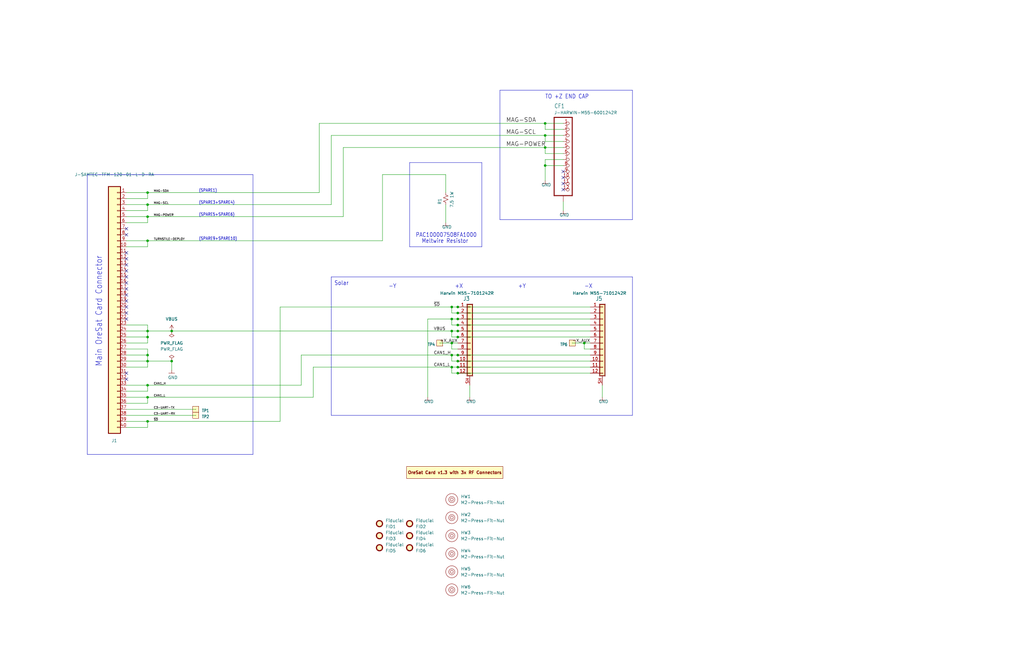
<source format=kicad_sch>
(kicad_sch (version 20230121) (generator eeschema)
  (paper "USLedger")
  (title_block (title "+Z End Card w/ Turnstile") (rev "1.0"))
  (lib_symbols
    (symbol "Device:R_Small_US" (pin_numbers hide) (pin_names (offset 0.254) hide)
      (property "Reference" "R" (at 0.762 0.508 0))
      (property "Value" "R_Small_US" (at 0.762 -1.016 0))
      (symbol "R_Small_US_1_1"
        (polyline (pts (xy 0 0) (xy 1.016 -0.381) (xy 0 -0.762) (xy -1.016 -1.143) (xy 0 -1.524)))
        (polyline (pts (xy 0 1.524) (xy 1.016 1.143) (xy 0 0.762) (xy -1.016 0.381) (xy 0 0)))
        (pin passive line (at 0 2.54 270) (length 1.016) (name "~") (number "1"))
        (pin passive line (at 0 -2.54 90) (length 1.016) (name "~") (number "2"))
      )
    )
    (symbol "Mechanical:Fiducial"
      (property "Reference" "FID" (at 0 5.08 0))
      (property "Value" "Fiducial" (at 0 3.175 0))
      (symbol "Fiducial_0_1"
        (circle (center 0 0) (radius 1.27) (stroke (width 0.508)) (fill (type background)))
      )
    )
    (symbol "oresat-connectors:Harwin M55-7101242R" (pin_names hide)
      (property "Reference" "J" (at -12.7 15.875 0))
      (property "Value" "Harwin M55-7101242R" (at -12.7 13.97 0))
      (symbol "Harwin M55-7101242R_1_1"
        (rectangle (start -1.27 -16.51) (end 1.27 13.97) (stroke (width 0.1524)))
        (rectangle (start -1.016 -16.256) (end 1.016 13.716) (stroke (width 0.254)) (fill (type background)))
        (rectangle (start -0.254 -15.367) (end 1.016 -15.113) (stroke (width 0.1524)))
        (rectangle (start -0.254 -12.827) (end 1.016 -12.573) (stroke (width 0.1524)))
        (rectangle (start -0.254 -10.287) (end 1.016 -10.033) (stroke (width 0.1524)))
        (rectangle (start -0.254 -7.747) (end 1.016 -7.493) (stroke (width 0.1524)))
        (rectangle (start -0.254 -5.207) (end 1.016 -4.953) (stroke (width 0.1524)))
        (rectangle (start -0.254 -2.667) (end 1.016 -2.413) (stroke (width 0.1524)))
        (rectangle (start -0.254 -0.127) (end 1.016 0.127) (stroke (width 0.1524)))
        (rectangle (start -0.254 2.413) (end 1.016 2.667) (stroke (width 0.1524)))
        (rectangle (start -0.254 4.953) (end 1.016 5.207) (stroke (width 0.1524)))
        (rectangle (start -0.254 7.493) (end 1.016 7.747) (stroke (width 0.1524)))
        (rectangle (start -0.254 10.033) (end 1.016 10.287) (stroke (width 0.1524)))
        (rectangle (start -0.254 12.573) (end 1.016 12.827) (stroke (width 0.1524)))
        (pin passive line (at 5.08 12.7 180) (length 4.064) (name "Pin_1") (number "1"))
        (pin passive line (at 5.08 -10.16 180) (length 4.064) (name "Pin_10") (number "10"))
        (pin passive line (at 5.08 -12.7 180) (length 4.064) (name "Pin_11") (number "11"))
        (pin passive line (at 5.08 -15.24 180) (length 4.064) (name "Pin_12") (number "12"))
        (pin passive line (at 5.08 10.16 180) (length 4.064) (name "Pin_2") (number "2"))
        (pin passive line (at 5.08 7.62 180) (length 4.064) (name "Pin_3") (number "3"))
        (pin passive line (at 5.08 5.08 180) (length 4.064) (name "Pin_4") (number "4"))
        (pin passive line (at 5.08 2.54 180) (length 4.064) (name "Pin_5") (number "5"))
        (pin passive line (at 5.08 0 180) (length 4.064) (name "Pin_6") (number "6"))
        (pin passive line (at 5.08 -2.54 180) (length 4.064) (name "Pin_7") (number "7"))
        (pin passive line (at 5.08 -5.08 180) (length 4.064) (name "Pin_8") (number "8"))
        (pin passive line (at 5.08 -7.62 180) (length 4.064) (name "Pin_9") (number "9"))
        (pin passive line (at 0 -20.32 90) (length 3.81) (name "Shield") (number "SH"))
      )
    )
    (symbol "oresat-connectors:J-HARWIN-M55-6001242R" (pin_names hide)
      (property "Reference" "CF1" (at -6.35 19.05 0))
      (property "Value" "J-HARWIN-M55-6001242R" (at -6.35 16.51 0))
      (symbol "J-HARWIN-M55-6001242R_1_0"
        (polyline (pts (xy -6.35 -17.78) (xy 1.27 -17.78)) (stroke (width 0.4064)))
        (polyline (pts (xy -6.35 15.24) (xy -6.35 -17.78)) (stroke (width 0.4064)))
        (polyline (pts (xy 1.27 -17.78) (xy 1.27 15.24)) (stroke (width 0.4064)))
        (polyline (pts (xy 1.27 15.24) (xy -6.35 15.24)) (stroke (width 0.4064)))
        (pin passive inverted (at -2.54 12.7 0) (length 2.54) (name "1") (number "1"))
        (pin passive inverted (at -2.54 -10.16 0) (length 2.54) (name "10") (number "10"))
        (pin passive inverted (at -2.54 -12.7 0) (length 2.54) (name "11") (number "11"))
        (pin passive inverted (at -2.54 -15.24 0) (length 2.54) (name "12") (number "12"))
        (pin passive inverted (at -2.54 10.16 0) (length 2.54) (name "2") (number "2"))
        (pin passive inverted (at -2.54 7.62 0) (length 2.54) (name "3") (number "3"))
        (pin passive inverted (at -2.54 5.08 0) (length 2.54) (name "4") (number "4"))
        (pin passive inverted (at -2.54 2.54 0) (length 2.54) (name "5") (number "5"))
        (pin passive inverted (at -2.54 0 0) (length 2.54) (name "6") (number "6"))
        (pin passive inverted (at -2.54 -2.54 0) (length 2.54) (name "7") (number "7"))
        (pin passive inverted (at -2.54 -5.08 0) (length 2.54) (name "8") (number "8"))
        (pin passive inverted (at -2.54 -7.62 0) (length 2.54) (name "9") (number "9"))
        (pin passive line (at -2.54 -20.32 90) (length 2.54) (name "SHIELD") (number "SH"))
      )
    )
    (symbol "oresat-connectors:J-SAMTEC-TFM-120-01-L-D-RA" (pin_names hide)
      (property "Reference" "J" (at 0 54.61 0))
      (property "Value" "J-SAMTEC-TFM-120-01-L-D-RA" (at 0 52.07 0))
      (symbol "J-SAMTEC-TFM-120-01-L-D-RA_0_1"
        (rectangle (start 2.413 -50.673) (end 1.143 -50.927) (stroke (width 0.1524)))
        (rectangle (start 2.413 -48.133) (end 1.143 -48.387) (stroke (width 0.1524)))
        (rectangle (start 2.413 -45.593) (end 1.143 -45.847) (stroke (width 0.1524)))
        (rectangle (start 2.413 -43.053) (end 1.143 -43.307) (stroke (width 0.1524)))
        (rectangle (start 2.413 -40.513) (end 1.143 -40.767) (stroke (width 0.1524)))
        (rectangle (start 2.413 -37.973) (end 1.143 -38.227) (stroke (width 0.1524)))
        (rectangle (start 2.413 -35.433) (end 1.143 -35.687) (stroke (width 0.1524)))
        (rectangle (start 2.413 -32.893) (end 1.143 -33.147) (stroke (width 0.1524)))
        (rectangle (start 2.413 -30.353) (end 1.143 -30.607) (stroke (width 0.1524)))
        (rectangle (start 2.413 -27.813) (end 1.143 -28.067) (stroke (width 0.1524)))
        (rectangle (start 2.413 -25.273) (end 1.143 -25.527) (stroke (width 0.1524)))
        (rectangle (start 2.413 -22.733) (end 1.143 -22.987) (stroke (width 0.1524)))
        (rectangle (start 2.413 -20.193) (end 1.143 -20.447) (stroke (width 0.1524)))
        (rectangle (start 2.413 -17.653) (end 1.143 -17.907) (stroke (width 0.1524)))
        (rectangle (start 2.413 -15.113) (end 1.143 -15.367) (stroke (width 0.1524)))
        (rectangle (start 2.413 -12.573) (end 1.143 -12.827) (stroke (width 0.1524)))
        (rectangle (start 2.413 -10.033) (end 1.143 -10.287) (stroke (width 0.1524)))
        (rectangle (start 2.413 -7.493) (end 1.143 -7.747) (stroke (width 0.1524)))
        (rectangle (start 2.413 -4.953) (end 1.143 -5.207) (stroke (width 0.1524)))
        (rectangle (start 2.413 -2.413) (end 1.143 -2.667) (stroke (width 0.1524)))
        (rectangle (start 2.413 0.127) (end 1.143 -0.127) (stroke (width 0.1524)))
        (rectangle (start 2.413 2.667) (end 1.143 2.413) (stroke (width 0.1524)))
        (rectangle (start 2.413 5.207) (end 1.143 4.953) (stroke (width 0.1524)))
        (rectangle (start 2.413 7.747) (end 1.143 7.493) (stroke (width 0.1524)))
        (rectangle (start 2.413 10.287) (end 1.143 10.033) (stroke (width 0.1524)))
        (rectangle (start 2.413 12.827) (end 1.143 12.573) (stroke (width 0.1524)))
        (rectangle (start 2.413 15.367) (end 1.143 15.113) (stroke (width 0.1524)))
        (rectangle (start 2.413 17.907) (end 1.143 17.653) (stroke (width 0.1524)))
        (rectangle (start 2.413 20.447) (end 1.143 20.193) (stroke (width 0.1524)))
        (rectangle (start 2.413 22.987) (end 1.143 22.733) (stroke (width 0.1524)))
        (rectangle (start 2.413 25.527) (end 1.143 25.273) (stroke (width 0.1524)))
        (rectangle (start 2.413 28.067) (end 1.143 27.813) (stroke (width 0.1524)))
        (rectangle (start 2.413 30.607) (end 1.143 30.353) (stroke (width 0.1524)))
        (rectangle (start 2.413 33.147) (end 1.143 32.893) (stroke (width 0.1524)))
        (rectangle (start 2.413 35.687) (end 1.143 35.433) (stroke (width 0.1524)))
        (rectangle (start 2.413 38.227) (end 1.143 37.973) (stroke (width 0.1524)))
        (rectangle (start 2.413 40.767) (end 1.143 40.513) (stroke (width 0.1524)))
        (rectangle (start 2.413 43.307) (end 1.143 43.053) (stroke (width 0.1524)))
        (rectangle (start 2.413 45.847) (end 1.143 45.593) (stroke (width 0.1524)))
        (rectangle (start 2.413 48.387) (end 1.143 48.133) (stroke (width 0.1524)))
      )
      (symbol "J-SAMTEC-TFM-120-01-L-D-RA_1_1"
        (rectangle (start -2.54 50.8) (end 2.54 -53.34) (stroke (width 0.4)) (fill (type background)))
        (pin passive line (at 5.08 48.26 180) (length 2.54) (name "") (number "1"))
        (pin passive line (at 5.08 25.4 180) (length 2.54) (name "") (number "10"))
        (pin passive line (at 5.08 22.86 180) (length 2.54) (name "") (number "11"))
        (pin passive line (at 5.08 20.32 180) (length 2.54) (name "") (number "12"))
        (pin passive line (at 5.08 17.78 180) (length 2.54) (name "") (number "13"))
        (pin passive line (at 5.08 15.24 180) (length 2.54) (name "") (number "14"))
        (pin passive line (at 5.08 12.7 180) (length 2.54) (name "") (number "15"))
        (pin passive line (at 5.08 10.16 180) (length 2.54) (name "") (number "16"))
        (pin passive line (at 5.08 7.62 180) (length 2.54) (name "") (number "17"))
        (pin passive line (at 5.08 5.08 180) (length 2.54) (name "") (number "18"))
        (pin passive line (at 5.08 2.54 180) (length 2.54) (name "") (number "19"))
        (pin passive line (at 5.08 45.72 180) (length 2.54) (name "") (number "2"))
        (pin passive line (at 5.08 0 180) (length 2.54) (name "") (number "20"))
        (pin passive line (at 5.08 -2.54 180) (length 2.54) (name "") (number "21"))
        (pin passive line (at 5.08 -5.08 180) (length 2.54) (name "") (number "22"))
        (pin passive line (at 5.08 -7.62 180) (length 2.54) (name "") (number "23"))
        (pin passive line (at 5.08 -10.16 180) (length 2.54) (name "") (number "24"))
        (pin passive line (at 5.08 -12.7 180) (length 2.54) (name "") (number "25"))
        (pin passive line (at 5.08 -15.24 180) (length 2.54) (name "") (number "26"))
        (pin passive line (at 5.08 -17.78 180) (length 2.54) (name "") (number "27"))
        (pin passive line (at 5.08 -20.32 180) (length 2.54) (name "") (number "28"))
        (pin passive line (at 5.08 -22.86 180) (length 2.54) (name "") (number "29"))
        (pin passive line (at 5.08 43.18 180) (length 2.54) (name "") (number "3"))
        (pin passive line (at 5.08 -25.4 180) (length 2.54) (name "") (number "30"))
        (pin passive line (at 5.08 -27.94 180) (length 2.54) (name "") (number "31"))
        (pin passive line (at 5.08 -30.48 180) (length 2.54) (name "") (number "32"))
        (pin passive line (at 5.08 -33.02 180) (length 2.54) (name "") (number "33"))
        (pin passive line (at 5.08 -35.56 180) (length 2.54) (name "") (number "34"))
        (pin passive line (at 5.08 -38.1 180) (length 2.54) (name "") (number "35"))
        (pin passive line (at 5.08 -40.64 180) (length 2.54) (name "") (number "36"))
        (pin passive line (at 5.08 -43.18 180) (length 2.54) (name "") (number "37"))
        (pin passive line (at 5.08 -45.72 180) (length 2.54) (name "") (number "38"))
        (pin passive line (at 5.08 -48.26 180) (length 2.54) (name "") (number "39"))
        (pin passive line (at 5.08 40.64 180) (length 2.54) (name "") (number "4"))
        (pin passive line (at 5.08 -50.8 180) (length 2.54) (name "") (number "40"))
        (pin passive line (at 5.08 38.1 180) (length 2.54) (name "") (number "5"))
        (pin passive line (at 5.08 35.56 180) (length 2.54) (name "") (number "6"))
        (pin passive line (at 5.08 33.02 180) (length 2.54) (name "") (number "7"))
        (pin passive line (at 5.08 30.48 180) (length 2.54) (name "") (number "8"))
        (pin passive line (at 5.08 27.94 180) (length 2.54) (name "") (number "9"))
      )
    )
    (symbol "oresat-misc:M2-Press-Fit-Nut" (pin_numbers hide) (pin_names (offset 0) hide)
      (property "Reference" "HW" (at 4.445 1.27 0))
      (property "Value" "M2-Press-Fit-Nut" (at 12.065 -1.27 0))
      (symbol "M2-Press-Fit-Nut_0_1"
        (circle (center 0 0) (radius 0.635))
        (circle (center 0 0) (radius 1.27))
        (circle (center 0 0) (radius 2.54))
      )
    )
    (symbol "oresat-misc:Test-Point-0.75mm-th"
      (property "Reference" "TP" (at 0 2.54 0))
      (symbol "Test-Point-0.75mm-th_1_0"
        (pin passive line (at 0 0 0) (length 0) (name "1") (number "1"))
      )
      (symbol "Test-Point-0.75mm-th_1_1"
        (rectangle (start -1.27 1.27) (end 1.27 -1.27) (fill (type background)))
      )
    )
    (symbol "oresat-pcbs:ORESAT-CARD-V1.3-3RF"
      (symbol "ORESAT-CARD-V1.3-3RF_1_0"
        (rectangle (start -20.32 2.54) (end 20.32 -2.54) (fill (type background)))
        (text "OreSat Card v1.3 with 3x RF Connectors" (at 0 0 0) (effects (font (size 1.27 1.27) bold)))
      )
    )
    (symbol "oresat-power:GND" (power) (pin_names (offset 0))
      (property "Value" "GND" (at 0 -2.54 0))
      (symbol "GND_0_1"
        (polyline (pts (xy 0 0) (xy 0 -1.27) (xy 1.27 -1.27) (xy 0 -1.27) (xy -1.27 -1.27) (xy 0 -1.27)))
      )
      (symbol "GND_1_1"
        (pin power_in line (at 0 0 270) (length 0) hide (name "GND") (number "1"))
      )
    )
    (symbol "oresat-power:VBUS" (power) (pin_names (offset 0))
      (property "Value" "VBUS" (at 0 3.556 0))
      (symbol "VBUS_0_1"
        (polyline (pts (xy -0.762 1.27) (xy 0 2.54)))
        (polyline (pts (xy 0 0) (xy 0 2.54)))
        (polyline (pts (xy 0 2.54) (xy 0.762 1.27)))
      )
      (symbol "VBUS_1_1"
        (pin power_in line (at 0 0 90) (length 0) hide (name "VBUS") (number "1"))
      )
    )
    (symbol "power:PWR_FLAG" (power) (pin_numbers hide) (pin_names (offset 0) hide)
      (property "Value" "PWR_FLAG" (at 0 3.81 0))
      (symbol "PWR_FLAG_0_0"
        (pin power_out line (at 0 0 90) (length 0) (name "pwr") (number "1"))
      )
      (symbol "PWR_FLAG_0_1"
        (polyline (pts (xy 0 0) (xy 0 1.27) (xy -1.016 1.905) (xy 0 2.54) (xy 1.016 1.905) (xy 0 1.27)))
      )
    )
  )
  (junction (at 62.23 177.8))
  (junction (at 193.04 134.62))
  (junction (at 193.04 149.86))
  (junction (at 62.23 91.44))
  (junction (at 229.87 52.07))
  (junction (at 193.04 157.48))
  (junction (at 190.5 144.78))
  (junction (at 246.38 144.78))
  (junction (at 190.5 139.7))
  (junction (at 62.23 101.6))
  (junction (at 193.04 132.08))
  (junction (at 62.23 149.86))
  (junction (at 190.5 154.94))
  (junction (at 72.39 139.7))
  (junction (at 193.04 154.94))
  (junction (at 190.5 149.86))
  (junction (at 62.23 86.36))
  (junction (at 62.23 142.24))
  (junction (at 229.87 57.15))
  (junction (at 193.04 137.16))
  (junction (at 62.23 139.7))
  (junction (at 190.5 129.54))
  (junction (at 193.04 139.7))
  (junction (at 193.04 152.4))
  (junction (at 72.39 152.4))
  (junction (at 190.5 134.62))
  (junction (at 62.23 81.28))
  (junction (at 193.04 129.54))
  (junction (at 62.23 162.56))
  (junction (at 62.23 152.4))
  (junction (at 229.87 62.23))
  (junction (at 193.04 142.24))
  (junction (at 62.23 167.64))
  (junction (at 229.87 69.85))
  (no_connect (at 53.34 114.3))
  (no_connect (at 53.34 121.92))
  (no_connect (at 53.34 119.38))
  (no_connect (at 53.34 116.84))
  (no_connect (at 53.34 157.48))
  (no_connect (at 53.34 160.02))
  (no_connect (at 53.34 134.62))
  (no_connect (at 53.34 132.08))
  (no_connect (at 53.34 129.54))
  (no_connect (at 53.34 124.46))
  (no_connect (at 53.34 127))
  (no_connect (at 53.34 111.76))
  (no_connect (at 53.34 106.68))
  (no_connect (at 53.34 109.22))
  (no_connect (at 237.49 74.93))
  (no_connect (at 237.49 72.39))
  (no_connect (at 237.49 77.47))
  (no_connect (at 237.49 80.01))
  (no_connect (at 53.34 99.06))
  (no_connect (at 53.34 96.52))
  (wire (pts (xy 229.87 57.15) (xy 229.87 59.69)))
  (wire (pts (xy 190.5 137.16) (xy 190.5 134.62)))
  (wire (pts (xy 161.29 101.6) (xy 161.29 73.66)))
  (wire (pts (xy 144.78 62.23) (xy 229.87 62.23)))
  (wire (pts (xy 72.39 139.7) (xy 190.5 139.7)))
  (wire (pts (xy 62.23 86.36) (xy 139.7 86.36)))
  (wire (pts (xy 62.23 139.7) (xy 72.39 139.7)))
  (wire (pts (xy 53.34 177.8) (xy 62.23 177.8)))
  (wire (pts (xy 53.34 180.34) (xy 62.23 180.34)))
  (wire (pts (xy 193.04 157.48) (xy 248.92 157.48)))
  (wire (pts (xy 62.23 162.56) (xy 127 162.56)))
  (wire (pts (xy 72.39 152.4) (xy 72.39 156.21)))
  (wire (pts (xy 190.5 139.7) (xy 193.04 139.7)))
  (wire (pts (xy 193.04 132.08) (xy 190.5 132.08)))
  (wire (pts (xy 246.38 147.32) (xy 246.38 144.78)))
  (polyline (pts (xy 139.7 116.84) (xy 139.7 175.26)))
  (wire (pts (xy 193.04 134.62) (xy 248.92 134.62)))
  (wire (pts (xy 132.08 154.94) (xy 132.08 167.64)))
  (wire (pts (xy 53.34 101.6) (xy 62.23 101.6)))
  (wire (pts (xy 190.5 147.32) (xy 193.04 147.32)))
  (polyline (pts (xy 36.83 191.77) (xy 106.68 191.77)))
  (wire (pts (xy 190.5 152.4) (xy 190.5 149.86)))
  (wire (pts (xy 62.23 165.1) (xy 62.23 162.56)))
  (wire (pts (xy 62.23 139.7) (xy 62.23 137.16)))
  (wire (pts (xy 193.04 142.24) (xy 248.92 142.24)))
  (wire (pts (xy 193.04 157.48) (xy 190.5 157.48)))
  (wire (pts (xy 254 162.56) (xy 254 167.64)))
  (wire (pts (xy 53.34 175.26) (xy 82.55 175.26)))
  (wire (pts (xy 229.87 69.85) (xy 229.87 76.2)))
  (wire (pts (xy 193.04 139.7) (xy 248.92 139.7)))
  (wire (pts (xy 118.11 129.54) (xy 118.11 177.8)))
  (wire (pts (xy 198.12 162.56) (xy 198.12 167.64)))
  (wire (pts (xy 53.34 152.4) (xy 62.23 152.4)))
  (polyline (pts (xy 203.2 104.14) (xy 172.72 104.14)))
  (wire (pts (xy 190.5 144.78) (xy 193.04 144.78)))
  (wire (pts (xy 62.23 152.4) (xy 72.39 152.4)))
  (wire (pts (xy 62.23 144.78) (xy 62.23 142.24)))
  (wire (pts (xy 185.42 144.78) (xy 190.5 144.78)))
  (polyline (pts (xy 139.7 116.84) (xy 266.7 116.84)))
  (wire (pts (xy 237.49 85.09) (xy 237.49 88.9)))
  (wire (pts (xy 193.04 149.86) (xy 248.92 149.86)))
  (wire (pts (xy 190.5 152.4) (xy 193.04 152.4)))
  (polyline (pts (xy 210.82 38.1) (xy 266.7 38.1)))
  (polyline (pts (xy 36.83 73.66) (xy 36.83 191.77)))
  (wire (pts (xy 53.34 167.64) (xy 62.23 167.64)))
  (wire (pts (xy 237.49 67.31) (xy 229.87 67.31)))
  (wire (pts (xy 190.5 147.32) (xy 190.5 144.78)))
  (wire (pts (xy 53.34 170.18) (xy 62.23 170.18)))
  (wire (pts (xy 190.5 149.86) (xy 193.04 149.86)))
  (wire (pts (xy 193.04 129.54) (xy 248.92 129.54)))
  (wire (pts (xy 193.04 137.16) (xy 190.5 137.16)))
  (wire (pts (xy 190.5 132.08) (xy 190.5 129.54)))
  (wire (pts (xy 53.34 91.44) (xy 62.23 91.44)))
  (wire (pts (xy 132.08 154.94) (xy 190.5 154.94)))
  (wire (pts (xy 193.04 132.08) (xy 248.92 132.08)))
  (wire (pts (xy 161.29 73.66) (xy 187.96 73.66)))
  (wire (pts (xy 237.49 57.15) (xy 229.87 57.15)))
  (polyline (pts (xy 266.7 116.84) (xy 266.7 175.26)))
  (wire (pts (xy 62.23 101.6) (xy 161.29 101.6)))
  (wire (pts (xy 62.23 142.24) (xy 62.23 139.7)))
  (wire (pts (xy 229.87 64.77) (xy 237.49 64.77)))
  (wire (pts (xy 246.38 144.78) (xy 248.92 144.78)))
  (wire (pts (xy 62.23 180.34) (xy 62.23 177.8)))
  (wire (pts (xy 62.23 149.86) (xy 62.23 152.4)))
  (wire (pts (xy 62.23 177.8) (xy 118.11 177.8)))
  (wire (pts (xy 193.04 137.16) (xy 248.92 137.16)))
  (wire (pts (xy 62.23 91.44) (xy 144.78 91.44)))
  (polyline (pts (xy 106.68 191.77) (xy 106.68 73.66)))
  (wire (pts (xy 180.34 134.62) (xy 180.34 167.64)))
  (wire (pts (xy 62.23 154.94) (xy 62.23 152.4)))
  (wire (pts (xy 62.23 93.98) (xy 62.23 91.44)))
  (wire (pts (xy 134.62 52.07) (xy 229.87 52.07)))
  (wire (pts (xy 187.96 73.66) (xy 187.96 81.28)))
  (wire (pts (xy 190.5 142.24) (xy 190.5 139.7)))
  (polyline (pts (xy 36.83 73.66) (xy 106.68 73.66)))
  (wire (pts (xy 229.87 57.15) (xy 139.7 57.15)))
  (wire (pts (xy 62.23 149.86) (xy 62.23 147.32)))
  (wire (pts (xy 53.34 165.1) (xy 62.23 165.1)))
  (wire (pts (xy 53.34 147.32) (xy 62.23 147.32)))
  (wire (pts (xy 190.5 154.94) (xy 193.04 154.94)))
  (wire (pts (xy 53.34 104.14) (xy 62.23 104.14)))
  (wire (pts (xy 53.34 149.86) (xy 62.23 149.86)))
  (wire (pts (xy 53.34 142.24) (xy 62.23 142.24)))
  (wire (pts (xy 132.08 167.64) (xy 62.23 167.64)))
  (wire (pts (xy 229.87 52.07) (xy 229.87 54.61)))
  (wire (pts (xy 144.78 91.44) (xy 144.78 62.23)))
  (wire (pts (xy 180.34 134.62) (xy 190.5 134.62)))
  (wire (pts (xy 229.87 59.69) (xy 237.49 59.69)))
  (polyline (pts (xy 210.82 92.71) (xy 210.82 38.1)))
  (wire (pts (xy 53.34 86.36) (xy 62.23 86.36)))
  (wire (pts (xy 190.5 129.54) (xy 193.04 129.54)))
  (wire (pts (xy 229.87 62.23) (xy 229.87 64.77)))
  (wire (pts (xy 118.11 129.54) (xy 190.5 129.54)))
  (wire (pts (xy 193.04 152.4) (xy 248.92 152.4)))
  (polyline (pts (xy 172.72 68.58) (xy 203.2 68.58)))
  (wire (pts (xy 53.34 83.82) (xy 62.23 83.82)))
  (wire (pts (xy 187.96 86.36) (xy 187.96 93.98)))
  (wire (pts (xy 127 149.86) (xy 190.5 149.86)))
  (wire (pts (xy 62.23 104.14) (xy 62.23 101.6)))
  (wire (pts (xy 53.34 139.7) (xy 62.23 139.7)))
  (wire (pts (xy 53.34 162.56) (xy 62.23 162.56)))
  (wire (pts (xy 53.34 81.28) (xy 62.23 81.28)))
  (wire (pts (xy 193.04 142.24) (xy 190.5 142.24)))
  (polyline (pts (xy 266.7 38.1) (xy 266.7 92.71)))
  (wire (pts (xy 53.34 172.72) (xy 82.55 172.72)))
  (wire (pts (xy 229.87 54.61) (xy 237.49 54.61)))
  (wire (pts (xy 229.87 69.85) (xy 237.49 69.85)))
  (wire (pts (xy 237.49 62.23) (xy 229.87 62.23)))
  (wire (pts (xy 62.23 170.18) (xy 62.23 167.64)))
  (wire (pts (xy 190.5 134.62) (xy 193.04 134.62)))
  (wire (pts (xy 53.34 93.98) (xy 62.23 93.98)))
  (polyline (pts (xy 266.7 175.26) (xy 139.7 175.26)))
  (polyline (pts (xy 266.7 92.71) (xy 210.82 92.71)))
  (polyline (pts (xy 172.72 104.14) (xy 172.72 68.58)))
  (wire (pts (xy 53.34 154.94) (xy 62.23 154.94)))
  (wire (pts (xy 139.7 57.15) (xy 139.7 86.36)))
  (wire (pts (xy 248.92 147.32) (xy 246.38 147.32)))
  (polyline (pts (xy 203.2 68.58) (xy 203.2 104.14)))
  (wire (pts (xy 53.34 88.9) (xy 62.23 88.9)))
  (wire (pts (xy 190.5 157.48) (xy 190.5 154.94)))
  (wire (pts (xy 53.34 144.78) (xy 62.23 144.78)))
  (wire (pts (xy 229.87 67.31) (xy 229.87 69.85)))
  (wire (pts (xy 62.23 88.9) (xy 62.23 86.36)))
  (wire (pts (xy 62.23 81.28) (xy 134.62 81.28)))
  (wire (pts (xy 134.62 81.28) (xy 134.62 52.07)))
  (wire (pts (xy 237.49 52.07) (xy 229.87 52.07)))
  (wire (pts (xy 193.04 154.94) (xy 248.92 154.94)))
  (wire (pts (xy 127 149.86) (xy 127 162.56)))
  (wire (pts (xy 53.34 137.16) (xy 62.23 137.16)))
  (wire (pts (xy 62.23 83.82) (xy 62.23 81.28)))
  (wire (pts (xy 241.3 144.78) (xy 246.38 144.78)))
  (text "Main OreSat Card Connector" (at 43.18 107.95 90) (effects (font (size 2.54 2.159)) (justify right bottom)))
  (text "+X" (at 191.77 121.92 0) (effects (font (size 1.778 1.5113)) (justify left bottom)))
  (text "Solar" (at 140.97 120.65 0) (effects (font (size 1.778 1.5113)) (justify left bottom)))
  (text "TO +Z END CAP" (at 229.87 41.91 0) (effects (font (size 1.778 1.5113)) (justify left bottom)))
  (text "(SPARE5+SPARE6)" (at 83.82 91.44 0) (effects (font (size 1.27 1.0795)) (justify left bottom)))
  (text "(SPARE3+SPARE4)" (at 83.82 86.36 0) (effects (font (size 1.27 1.0795)) (justify left bottom)))
  (text "-Y" (at 163.83 121.92 0) (effects (font (size 1.778 1.5113)) (justify left bottom)))
  (text "PAC100007508FA1000" (at 175.26 100.33 0) (effects (font (size 1.778 1.5113)) (justify left bottom)))
  (text "+Y" (at 218.44 121.92 0) (effects (font (size 1.778 1.5113)) (justify left bottom)))
  (text "(SPARE1)" (at 83.82 81.28 0) (effects (font (size 1.27 1.0795)) (justify left bottom)))
  (text "Meltwire Resistor" (at 177.8 102.87 0) (effects (font (size 1.778 1.5113)) (justify left bottom)))
  (text "-X" (at 246.38 121.92 0) (effects (font (size 1.778 1.5113)) (justify left bottom)))
  (text "(SPARE9+SPARE10)" (at 83.82 101.6 0) (effects (font (size 1.27 1.0795)) (justify left bottom)))
  (label "CAN1_H" (at 182.88 149.86 0) (effects (font (size 1.2446 1.2446))))
  (label "MAG-SCL" (at 213.36 57.15 0) (effects (font (size 1.778 1.778))))
  (label "MAG-POWER" (at 213.36 62.23 0) (effects (font (size 1.778 1.778))))
  (label "CAN1_L" (at 182.88 154.94 0) (effects (font (size 1.2446 1.2446))))
  (label "~{SD}" (at 64.77 177.8 0) (effects (font (size 0.889 0.889))))
  (label "~{SD}" (at 182.88 129.54 0) (effects (font (size 1.2446 1.2446))))
  (label "TURNSTILE-DEPLOY" (at 64.77 101.6 0) (effects (font (size 0.889 0.889))))
  (label "CAN1_H" (at 64.77 162.56 0) (effects (font (size 0.889 0.889))))
  (label "+X_AUX" (at 185.42 144.78 0))
  (label "MAG-SCL" (at 64.77 86.36 0) (effects (font (size 0.889 0.889))))
  (label "MAG-SDA" (at 64.77 81.28 0) (effects (font (size 0.889 0.889))))
  (label "C3-UART-TX" (at 64.77 172.72 0) (effects (font (size 0.889 0.889))))
  (label "-X_AUX" (at 241.3 144.78 0))
  (label "MAG-POWER" (at 64.77 91.44 0) (effects (font (size 0.889 0.889))))
  (label "CAN1_L" (at 64.77 167.64 0) (effects (font (size 0.889 0.889))))
  (label "MAG-SDA" (at 213.36 52.07 0) (effects (font (size 1.778 1.778))))
  (label "C3-UART-RX" (at 64.77 175.26 0) (effects (font (size 0.889 0.889))))
  (label "VBUS" (at 182.88 139.7 0) (effects (font (size 1.2446 1.2446))))
  (symbol (lib_id "oresat-misc:M2-Press-Fit-Nut") (at 190.5 210.82 0) (unit 1)
    (property "Reference" "HW1" (at 194.31 209.5499 0) (effects (justify left)))
    (property "Value" "M2-Press-Fit-Nut" (at 194.31 212.0899 0) (effects (justify left)))
    (property "Footprint" "oresat-misc:M2-Press-Fit-Nut" (effects hide))
  )
  (symbol (lib_id "oresat-pcbs:ORESAT-CARD-V1.3-3RF") (at 191.77 199.39 0) (unit 1)
    (property "Reference" "PCB1" (effects hide))
    (property "Value" "ORESAT-CARD-V1.3-GENERIC-3RF" (effects hide))
    (property "Footprint" "oresat-pcbs:ORESAT-CARD-V1.3-3RF" (effects hide))
  )
  (symbol (lib_id "oresat-power:GND") (at 180.34 167.64 0) (mirror y) (unit 1)
    (property "Reference" "#GND02" (effects hide))
    (property "Value" "GND" (at 182.88 170.18 0) (effects (justify left bottom)))
    (property "Footprint" "plusz-end-card-with-turnstile:" (effects hide))
  )
  (symbol (lib_id "Mechanical:Fiducial") (at 172.72 226.06 0) (unit 1)
    (property "Reference" "FID4" (at 175.26 227.33 0) (effects (justify left)))
    (property "Value" "Fiducial" (at 175.26 224.79 0) (effects (justify left)))
    (property "Footprint" "Fiducial:Fiducial_1mm_Mask2mm" (effects hide))
  )
  (symbol (lib_id "oresat-misc:M2-Press-Fit-Nut") (at 190.5 233.68 0) (unit 1)
    (property "Reference" "HW4" (at 194.31 232.4099 0) (effects (justify left)))
    (property "Value" "M2-Press-Fit-Nut" (at 194.31 234.9499 0) (effects (justify left)))
    (property "Footprint" "oresat-misc:M2-Press-Fit-Nut" (effects hide))
  )
  (symbol (lib_id "Mechanical:Fiducial") (at 160.02 231.14 0) (unit 1)
    (property "Reference" "FID5" (at 162.56 232.41 0) (effects (justify left)))
    (property "Value" "Fiducial" (at 162.56 229.87 0) (effects (justify left)))
    (property "Footprint" "Fiducial:Fiducial_1mm_Mask2mm" (effects hide))
  )
  (symbol (lib_id "oresat-misc:M2-Press-Fit-Nut") (at 190.5 218.44 0) (unit 1)
    (property "Reference" "HW2" (at 194.31 217.1699 0) (effects (justify left)))
    (property "Value" "M2-Press-Fit-Nut" (at 194.31 219.7099 0) (effects (justify left)))
    (property "Footprint" "oresat-misc:M2-Press-Fit-Nut" (effects hide))
  )
  (symbol (lib_id "Mechanical:Fiducial") (at 160.02 226.06 0) (unit 1)
    (property "Reference" "FID3" (at 162.56 227.33 0) (effects (justify left)))
    (property "Value" "Fiducial" (at 162.56 224.79 0) (effects (justify left)))
    (property "Footprint" "Fiducial:Fiducial_1mm_Mask2mm" (effects hide))
  )
  (symbol (lib_id "oresat-misc:M2-Press-Fit-Nut") (at 190.5 248.92 0) (unit 1)
    (property "Reference" "HW6" (at 194.31 247.6499 0) (effects (justify left)))
    (property "Value" "M2-Press-Fit-Nut" (at 194.31 250.1899 0) (effects (justify left)))
    (property "Footprint" "oresat-misc:M2-Press-Fit-Nut" (effects hide))
  )
  (symbol (lib_id "Device:R_Small_US") (at 187.96 83.82 0) (unit 1)
    (property "Reference" "R1" (at 185.42 86.36 90) (effects (justify left)))
    (property "Value" "7.5 1W" (at 190.5 87.63 90) (effects (justify left)))
    (property "Footprint" "oresat-passives:R-PAC100-FOR-MELTWIRE" (effects hide))
  )
  (symbol (lib_id "power:PWR_FLAG") (at 72.39 152.4 0) (unit 1)
    (property "Reference" "#FLG0101" (effects hide))
    (property "Value" "PWR_FLAG" (at 72.39 147.32 0))
  )
  (symbol (lib_id "Mechanical:Fiducial") (at 172.72 231.14 0) (unit 1)
    (property "Reference" "FID6" (at 175.26 232.41 0) (effects (justify left)))
    (property "Value" "Fiducial" (at 175.26 229.87 0) (effects (justify left)))
    (property "Footprint" "Fiducial:Fiducial_1mm_Mask2mm" (effects hide))
  )
  (symbol (lib_id "oresat-power:GND") (at 198.12 167.64 0) (mirror y) (unit 1)
    (property "Reference" "#GND0101" (effects hide))
    (property "Value" "GND" (at 200.66 170.18 0) (effects (justify left bottom)))
    (property "Footprint" "plusz-end-card-with-turnstile:" (effects hide))
  )
  (symbol (lib_id "oresat-power:GND") (at 229.87 76.2 0) (mirror y) (unit 1)
    (property "Reference" "#GND07" (effects hide))
    (property "Value" "GND" (at 232.41 78.74 0) (effects (justify left bottom)))
    (property "Footprint" "plusz-end-card-with-turnstile:" (effects hide))
  )
  (symbol (lib_id "oresat-power:VBUS") (at 72.39 139.7 0) (unit 1)
    (property "Reference" "#VBUS0101" (effects hide))
    (property "Value" "VBUS" (at 72.39 134.62 0))
  )
  (symbol (lib_id "oresat-connectors:J-SAMTEC-TFM-120-01-L-D-RA") (at 48.26 129.54 0) (unit 1)
    (property "Reference" "J1" (at 46.99 186.69 0) (effects (justify left bottom)))
    (property "Value" "J-SAMTEC-TFM-120-01-L-D-RA" (at 63.5 187.96 0))
    (property "Footprint" "oresat-connectors:J-SAMTEC-TFM-120-X1-XXX-D-RA" (effects hide))
    (property "Datasheet" "https://suddendocs.samtec.com/catalog_english/tfm.pdf" (effects hide))
    (property "Value" "J-SAMTEC-TFM-120-01-L-D-RA" (at 48.26 73.66 0))
  )
  (symbol (lib_id "oresat-connectors:Harwin M55-7101242R") (at 254 142.24 0) (mirror y) (unit 1)
    (property "Reference" "J5" (at 254 127 0) (effects (font (size 1.778 1.5113)) (justify left bottom)))
    (property "Value" "Harwin M55-7101242R" (at 264.16 124.46 0) (effects (justify left bottom)))
    (property "Footprint" "oresat-connectors:J-Harwin-M55-7101242R" (effects hide))
    (property "Datasheet" "https://cdn.harwin.com/pdfs/C047XX_M55_Archer_Kontrol.pdf" (effects hide))
  )
  (symbol (lib_id "oresat-misc:Test-Point-0.75mm-th") (at 185.42 144.78 0) (unit 1)
    (property "Reference" "TP4" (at 180.34 146.05 0) (effects (font (size 1.27 1.0795)) (justify left bottom)))
    (property "Value" "TEST-POINT-LARGE-SQUARE" (effects hide))
    (property "Footprint" "oresat-misc:TestPoint-0.75mm-th" (effects hide))
  )
  (symbol (lib_id "oresat-power:GND") (at 254 167.64 0) (mirror y) (unit 1)
    (property "Reference" "#GND0102" (effects hide))
    (property "Value" "GND" (at 256.54 170.18 0) (effects (justify left bottom)))
    (property "Footprint" "plusz-end-card-with-turnstile:" (effects hide))
  )
  (symbol (lib_id "oresat-misc:M2-Press-Fit-Nut") (at 190.5 226.06 0) (unit 1)
    (property "Reference" "HW3" (at 194.31 224.7899 0) (effects (justify left)))
    (property "Value" "M2-Press-Fit-Nut" (at 194.31 227.3299 0) (effects (justify left)))
    (property "Footprint" "oresat-misc:M2-Press-Fit-Nut" (effects hide))
  )
  (symbol (lib_id "oresat-power:GND") (at 72.39 156.21 0) (mirror y) (unit 1)
    (property "Reference" "#GND01" (effects hide))
    (property "Value" "GND" (at 74.93 160.02 0) (effects (justify left bottom)))
    (property "Footprint" "plusz-end-card-with-turnstile:" (effects hide))
  )
  (symbol (lib_id "Mechanical:Fiducial") (at 160.02 220.98 0) (unit 1)
    (property "Reference" "FID1" (at 162.56 222.25 0) (effects (justify left)))
    (property "Value" "Fiducial" (at 162.56 219.71 0) (effects (justify left)))
    (property "Footprint" "Fiducial:Fiducial_1mm_Mask2mm" (effects hide))
  )
  (symbol (lib_id "oresat-connectors:Harwin M55-7101242R") (at 198.12 142.24 0) (mirror y) (unit 1)
    (property "Reference" "J3" (at 198.12 127 0) (effects (font (size 1.778 1.5113)) (justify left bottom)))
    (property "Value" "Harwin M55-7101242R" (at 208.28 124.46 0) (effects (justify left bottom)))
    (property "Footprint" "oresat-connectors:J-Harwin-M55-7101242R" (effects hide))
    (property "Datasheet" "https://cdn.harwin.com/pdfs/C047XX_M55_Archer_Kontrol.pdf" (effects hide))
  )
  (symbol (lib_id "oresat-misc:Test-Point-0.75mm-th") (at 82.55 175.26 0) (unit 1)
    (property "Reference" "TP2" (at 85.09 176.53 0) (effects (font (size 1.27 1.0795)) (justify left bottom)))
    (property "Value" "TEST-POINT-LARGE-SQUARE" (effects hide))
    (property "Footprint" "oresat-misc:TestPoint-0.75mm-th" (effects hide))
  )
  (symbol (lib_id "power:PWR_FLAG") (at 72.39 139.7 180) (unit 1)
    (property "Reference" "#FLG0102" (effects hide))
    (property "Value" "PWR_FLAG" (at 72.39 144.78 0))
  )
  (symbol (lib_id "oresat-connectors:J-HARWIN-M55-6001242R") (at 240.03 64.77 0) (unit 1)
    (property "Reference" "CF1" (at 233.68 45.72 0) (effects (font (size 1.778 1.5113)) (justify left bottom)))
    (property "Value" "J-HARWIN-M55-6001242R" (at 233.68 48.26 0) (effects (justify left bottom)))
    (property "Footprint" "oresat-connectors:J-Harwin-M55-60X1242R" (effects hide))
    (property "Datasheet" "https://cdn.harwin.com/pdfs/C047XX_M55_Archer_Kontrol.pdf" (effects hide))
  )
  (symbol (lib_id "oresat-power:GND") (at 187.96 93.98 0) (mirror y) (unit 1)
    (property "Reference" "#GND04" (effects hide))
    (property "Value" "GND" (at 190.5 96.52 0) (effects (justify left bottom)))
    (property "Footprint" "plusz-end-card-with-turnstile:" (effects hide))
  )
  (symbol (lib_id "Mechanical:Fiducial") (at 172.72 220.98 0) (unit 1)
    (property "Reference" "FID2" (at 175.26 222.25 0) (effects (justify left)))
    (property "Value" "Fiducial" (at 175.26 219.71 0) (effects (justify left)))
    (property "Footprint" "Fiducial:Fiducial_1mm_Mask2mm" (effects hide))
  )
  (symbol (lib_id "oresat-misc:Test-Point-0.75mm-th") (at 82.55 172.72 0) (unit 1)
    (property "Reference" "TP1" (at 85.09 173.99 0) (effects (font (size 1.27 1.0795)) (justify left bottom)))
    (property "Value" "TEST-POINT-LARGE-SQUARE" (effects hide))
    (property "Footprint" "oresat-misc:TestPoint-0.75mm-th" (effects hide))
  )
  (symbol (lib_id "oresat-power:GND") (at 237.49 88.9 0) (mirror y) (unit 1)
    (property "Reference" "#GND08" (effects hide))
    (property "Value" "GND" (at 240.03 91.44 0) (effects (justify left bottom)))
    (property "Footprint" "plusz-end-card-with-turnstile:" (effects hide))
  )
  (symbol (lib_id "oresat-misc:M2-Press-Fit-Nut") (at 190.5 241.3 0) (unit 1)
    (property "Reference" "HW5" (at 194.31 240.0299 0) (effects (justify left)))
    (property "Value" "M2-Press-Fit-Nut" (at 194.31 242.5699 0) (effects (justify left)))
    (property "Footprint" "oresat-misc:M2-Press-Fit-Nut" (effects hide))
  )
  (symbol (lib_id "oresat-misc:Test-Point-0.75mm-th") (at 241.3 144.78 0) (unit 1)
    (property "Reference" "TP6" (at 236.22 146.05 0) (effects (font (size 1.27 1.0795)) (justify left bottom)))
    (property "Value" "TEST-POINT-LARGE-SQUARE" (effects hide))
    (property "Footprint" "oresat-misc:TestPoint-0.75mm-th" (effects hide))
  )
)
</source>
